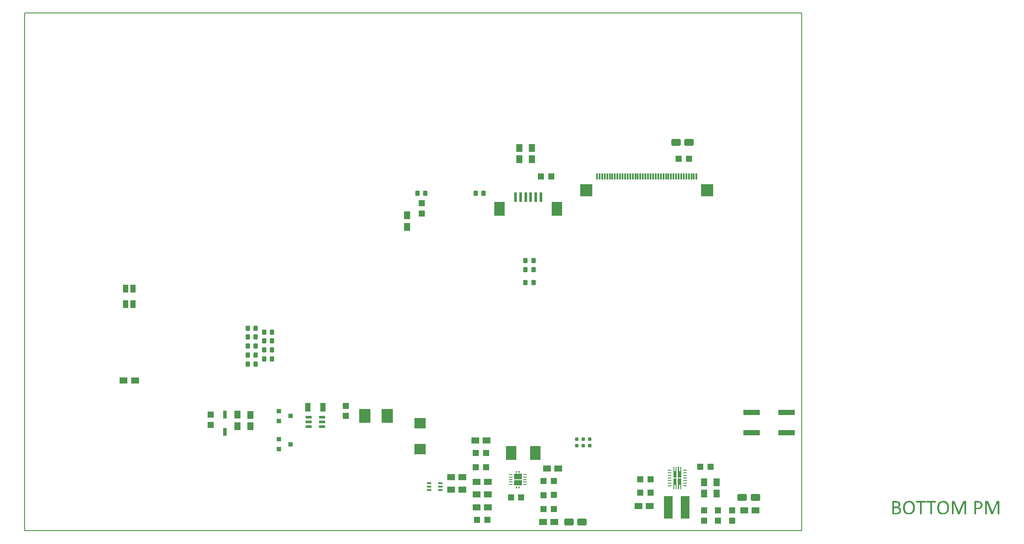
<source format=gbp>
G04*
G04 #@! TF.GenerationSoftware,Altium Limited,Altium Designer,19.0.15 (446)*
G04*
G04 Layer_Color=128*
%FSLAX23Y23*%
%MOIN*%
G70*
G01*
G75*
%ADD12C,0.005*%
%ADD21R,0.090X0.080*%
%ADD22R,0.050X0.060*%
%ADD25R,0.060X0.050*%
%ADD26R,0.047X0.050*%
%ADD27R,0.071X0.177*%
%ADD28R,0.031X0.063*%
%ADD29R,0.050X0.047*%
%ADD36R,0.037X0.016*%
%ADD38R,0.050X0.022*%
G04:AMPARAMS|DCode=42|XSize=37mil|YSize=35mil|CornerRadius=4mil|HoleSize=0mil|Usage=FLASHONLY|Rotation=90.000|XOffset=0mil|YOffset=0mil|HoleType=Round|Shape=RoundedRectangle|*
%AMROUNDEDRECTD42*
21,1,0.037,0.027,0,0,90.0*
21,1,0.029,0.035,0,0,90.0*
1,1,0.008,0.014,0.014*
1,1,0.008,0.014,-0.014*
1,1,0.008,-0.014,-0.014*
1,1,0.008,-0.014,0.014*
%
%ADD42ROUNDEDRECTD42*%
%ADD45R,0.037X0.035*%
%ADD46R,0.037X0.035*%
G04:AMPARAMS|DCode=169|XSize=71mil|YSize=52mil|CornerRadius=6mil|HoleSize=0mil|Usage=FLASHONLY|Rotation=0.000|XOffset=0mil|YOffset=0mil|HoleType=Round|Shape=RoundedRectangle|*
%AMROUNDEDRECTD169*
21,1,0.071,0.039,0,0,0.0*
21,1,0.058,0.052,0,0,0.0*
1,1,0.013,0.029,-0.019*
1,1,0.013,-0.029,-0.019*
1,1,0.013,-0.029,0.019*
1,1,0.013,0.029,0.019*
%
%ADD169ROUNDEDRECTD169*%
%ADD170R,0.126X0.039*%
%ADD171R,0.043X0.059*%
%ADD172R,0.083X0.110*%
%ADD173R,0.024X0.075*%
%ADD174R,0.094X0.094*%
%ADD175R,0.012X0.047*%
%ADD176C,0.031*%
%ADD177R,0.031X0.031*%
%ADD178R,0.041X0.068*%
%ADD179R,0.085X0.108*%
%ADD180R,0.081X0.106*%
G04:AMPARAMS|DCode=181|XSize=24mil|YSize=9mil|CornerRadius=1mil|HoleSize=0mil|Usage=FLASHONLY|Rotation=180.000|XOffset=0mil|YOffset=0mil|HoleType=Round|Shape=RoundedRectangle|*
%AMROUNDEDRECTD181*
21,1,0.024,0.007,0,0,180.0*
21,1,0.021,0.009,0,0,180.0*
1,1,0.002,-0.011,0.004*
1,1,0.002,0.011,0.004*
1,1,0.002,0.011,-0.004*
1,1,0.002,-0.011,-0.004*
%
%ADD181ROUNDEDRECTD181*%
%ADD183R,0.031X0.009*%
G36*
X5070Y412D02*
X5044D01*
Y495D01*
X5052D01*
Y462D01*
X5063D01*
Y495D01*
X5070D01*
Y412D01*
D02*
G37*
G36*
X5034D02*
X5008D01*
Y495D01*
X5016D01*
Y462D01*
X5026D01*
Y495D01*
X5034D01*
Y412D01*
D02*
G37*
G36*
X3824Y449D02*
X3814D01*
Y462D01*
X3824D01*
Y449D01*
D02*
G37*
G36*
X3804D02*
X3794D01*
Y462D01*
X3804D01*
Y449D01*
D02*
G37*
G36*
X3839Y399D02*
X3780D01*
Y441D01*
X3839D01*
Y399D01*
D02*
G37*
G36*
Y350D02*
X3780D01*
Y391D01*
X3839D01*
Y350D01*
D02*
G37*
G36*
X3824Y328D02*
X3814D01*
Y342D01*
X3824D01*
Y328D01*
D02*
G37*
G36*
X3804D02*
X3794D01*
Y342D01*
X3804D01*
Y328D01*
D02*
G37*
G36*
X5070Y322D02*
X5063D01*
Y355D01*
X5052D01*
Y322D01*
X5044D01*
Y405D01*
X5070D01*
Y322D01*
D02*
G37*
G36*
X5034D02*
X5026D01*
Y355D01*
X5016D01*
Y322D01*
X5008D01*
Y405D01*
X5034D01*
Y322D01*
D02*
G37*
G36*
X7522Y230D02*
X7523Y229D01*
X7523D01*
X7524Y229D01*
X7524Y229D01*
X7525Y228D01*
X7525Y228D01*
X7525Y228D01*
X7526Y227D01*
X7526Y226D01*
X7526Y226D01*
X7526Y226D01*
X7527Y225D01*
Y224D01*
Y130D01*
Y129D01*
X7526Y129D01*
X7526Y128D01*
X7526Y128D01*
X7525Y128D01*
X7525D01*
X7524Y128D01*
X7524D01*
X7523Y128D01*
X7523D01*
X7522Y128D01*
X7521Y127D01*
X7519D01*
X7518Y128D01*
X7516Y128D01*
X7516D01*
X7516Y128D01*
X7515D01*
X7514Y128D01*
X7514D01*
X7514Y128D01*
X7513Y129D01*
Y129D01*
Y129D01*
X7513Y130D01*
Y219D01*
X7513D01*
X7477Y129D01*
X7477Y129D01*
X7476Y128D01*
X7476Y128D01*
X7475Y128D01*
X7475Y128D01*
X7475D01*
X7474Y128D01*
X7474D01*
X7473Y128D01*
X7472D01*
X7471Y127D01*
X7468D01*
X7467Y128D01*
X7467D01*
X7467Y128D01*
X7465Y128D01*
X7465D01*
X7465Y128D01*
X7464Y128D01*
Y129D01*
X7464Y129D01*
X7464Y129D01*
X7429Y219D01*
Y130D01*
Y129D01*
X7429Y129D01*
X7429Y128D01*
X7428Y128D01*
X7428Y128D01*
X7428D01*
X7427Y128D01*
X7427D01*
X7426Y128D01*
X7426D01*
X7425Y128D01*
X7424Y127D01*
X7421D01*
X7420Y128D01*
X7419Y128D01*
X7419D01*
X7418Y128D01*
X7418D01*
X7417Y128D01*
X7417D01*
X7417Y128D01*
X7416Y129D01*
Y129D01*
Y129D01*
X7416Y130D01*
Y224D01*
Y224D01*
Y224D01*
X7416Y225D01*
Y225D01*
X7417Y227D01*
X7418Y228D01*
X7418Y229D01*
X7419Y229D01*
X7420Y230D01*
X7422Y230D01*
X7431D01*
X7433Y230D01*
X7434Y229D01*
X7434D01*
X7434Y229D01*
X7435Y229D01*
X7436Y228D01*
X7438Y228D01*
X7438Y227D01*
X7438Y227D01*
X7439Y226D01*
X7440Y225D01*
X7440Y225D01*
X7440Y224D01*
X7441Y223D01*
X7442Y221D01*
X7471Y148D01*
X7471D01*
X7501Y221D01*
Y221D01*
X7502Y222D01*
X7502Y223D01*
X7503Y224D01*
X7504Y225D01*
X7504Y226D01*
X7504Y226D01*
X7505Y227D01*
X7506Y228D01*
X7506Y228D01*
X7507Y228D01*
X7507Y229D01*
X7508Y229D01*
X7509Y229D01*
X7510Y230D01*
X7511Y230D01*
X7522D01*
X7522Y230D01*
D02*
G37*
G36*
X7265D02*
X7265Y229D01*
X7266D01*
X7266Y229D01*
X7267Y229D01*
X7267Y228D01*
X7267Y228D01*
X7268Y228D01*
X7268Y227D01*
X7268Y226D01*
X7269Y226D01*
X7269Y226D01*
X7269Y225D01*
Y224D01*
Y130D01*
Y129D01*
X7269Y129D01*
X7268Y128D01*
X7268Y128D01*
X7267Y128D01*
X7267D01*
X7267Y128D01*
X7266D01*
X7265Y128D01*
X7265D01*
X7264Y128D01*
X7263Y127D01*
X7261D01*
X7260Y128D01*
X7259Y128D01*
X7259D01*
X7258Y128D01*
X7257D01*
X7257Y128D01*
X7257D01*
X7256Y128D01*
X7256Y129D01*
Y129D01*
Y129D01*
X7256Y130D01*
Y219D01*
X7255D01*
X7219Y129D01*
X7219Y129D01*
X7219Y128D01*
X7218Y128D01*
X7218Y128D01*
X7217Y128D01*
X7217D01*
X7217Y128D01*
X7216D01*
X7215Y128D01*
X7215D01*
X7214Y127D01*
X7211D01*
X7210Y128D01*
X7210D01*
X7209Y128D01*
X7208Y128D01*
X7208D01*
X7207Y128D01*
X7207Y128D01*
Y129D01*
X7206Y129D01*
X7206Y129D01*
X7172Y219D01*
Y130D01*
Y129D01*
X7171Y129D01*
X7171Y128D01*
X7171Y128D01*
X7170Y128D01*
X7170D01*
X7170Y128D01*
X7169D01*
X7168Y128D01*
X7168D01*
X7167Y128D01*
X7166Y127D01*
X7164D01*
X7163Y128D01*
X7162Y128D01*
X7161D01*
X7161Y128D01*
X7160D01*
X7160Y128D01*
X7159D01*
X7159Y128D01*
X7158Y129D01*
Y129D01*
Y129D01*
X7158Y130D01*
Y224D01*
Y224D01*
Y224D01*
X7158Y225D01*
Y225D01*
X7159Y227D01*
X7160Y228D01*
X7160Y229D01*
X7161Y229D01*
X7162Y230D01*
X7164Y230D01*
X7174D01*
X7175Y230D01*
X7176Y229D01*
X7177D01*
X7177Y229D01*
X7178Y229D01*
X7179Y228D01*
X7180Y228D01*
X7180Y227D01*
X7181Y227D01*
X7182Y226D01*
X7182Y225D01*
X7182Y225D01*
X7183Y224D01*
X7183Y223D01*
X7184Y221D01*
X7213Y148D01*
X7214D01*
X7244Y221D01*
Y221D01*
X7244Y222D01*
X7244Y223D01*
X7245Y224D01*
X7246Y225D01*
X7246Y226D01*
X7247Y226D01*
X7247Y227D01*
X7248Y228D01*
X7248Y228D01*
X7249Y228D01*
X7250Y229D01*
X7251Y229D01*
X7251Y229D01*
X7252Y230D01*
X7253Y230D01*
X7264D01*
X7265Y230D01*
D02*
G37*
G36*
X6734D02*
X6736Y229D01*
X6738Y229D01*
X6741Y229D01*
X6743Y228D01*
X6743D01*
X6744Y228D01*
X6745Y227D01*
X6747Y227D01*
X6750Y225D01*
X6751Y224D01*
X6753Y223D01*
X6753Y223D01*
X6754Y222D01*
X6754Y222D01*
X6755Y221D01*
X6756Y219D01*
X6757Y218D01*
X6758Y217D01*
X6759Y215D01*
X6759Y214D01*
X6759Y214D01*
X6760Y213D01*
X6760Y212D01*
X6760Y210D01*
X6760Y208D01*
X6761Y206D01*
Y204D01*
Y204D01*
Y203D01*
Y203D01*
X6761Y202D01*
X6760Y200D01*
X6760Y197D01*
Y197D01*
X6760Y196D01*
X6760Y196D01*
X6759Y195D01*
X6758Y193D01*
X6757Y191D01*
Y191D01*
X6757Y190D01*
X6756Y189D01*
X6755Y188D01*
X6753Y186D01*
X6753D01*
X6753Y186D01*
X6752Y185D01*
X6751Y185D01*
X6750Y184D01*
X6747Y182D01*
X6747D01*
X6748Y182D01*
X6749Y182D01*
X6750Y182D01*
X6752Y181D01*
X6755Y179D01*
X6755D01*
X6756Y179D01*
X6756Y179D01*
X6757Y178D01*
X6759Y176D01*
X6761Y174D01*
X6761Y174D01*
X6762Y174D01*
X6762Y173D01*
X6763Y172D01*
X6763Y171D01*
X6764Y169D01*
X6766Y166D01*
Y166D01*
X6766Y166D01*
X6766Y165D01*
X6767Y164D01*
X6767Y162D01*
X6767Y161D01*
X6767Y157D01*
Y157D01*
Y156D01*
Y155D01*
X6767Y154D01*
X6767Y153D01*
X6767Y151D01*
X6766Y148D01*
Y148D01*
X6766Y147D01*
X6765Y147D01*
X6765Y146D01*
X6764Y143D01*
X6762Y141D01*
X6762Y141D01*
X6762Y140D01*
X6762Y140D01*
X6761Y139D01*
X6759Y137D01*
X6757Y135D01*
X6757Y135D01*
X6757Y135D01*
X6756Y134D01*
X6755Y134D01*
X6754Y133D01*
X6753Y133D01*
X6750Y131D01*
X6750D01*
X6749Y131D01*
X6749Y131D01*
X6748Y130D01*
X6746Y130D01*
X6745Y129D01*
X6742Y129D01*
X6742D01*
X6741Y128D01*
X6740D01*
X6739Y128D01*
X6737Y128D01*
X6736D01*
X6734Y128D01*
X6705D01*
X6704Y128D01*
X6703Y128D01*
X6701Y129D01*
X6701Y129D01*
X6701Y130D01*
X6700Y131D01*
X6700Y133D01*
Y224D01*
Y224D01*
Y225D01*
X6700Y226D01*
X6701Y227D01*
X6701Y229D01*
X6702Y229D01*
X6703Y229D01*
X6704Y230D01*
X6705Y230D01*
X6732D01*
X6734Y230D01*
D02*
G37*
G36*
X7364D02*
X7366Y229D01*
X7366D01*
X7367Y229D01*
X7368Y229D01*
X7369Y229D01*
X7370Y229D01*
X7373Y228D01*
X7373D01*
X7374Y228D01*
X7375Y228D01*
X7376Y227D01*
X7377Y227D01*
X7379Y227D01*
X7382Y225D01*
X7382Y225D01*
X7382Y225D01*
X7383Y224D01*
X7384Y223D01*
X7387Y221D01*
X7389Y219D01*
X7389Y219D01*
X7389Y218D01*
X7390Y217D01*
X7391Y216D01*
X7391Y215D01*
X7392Y214D01*
X7394Y210D01*
Y210D01*
X7394Y209D01*
X7394Y208D01*
X7395Y207D01*
X7395Y206D01*
X7395Y204D01*
X7395Y200D01*
Y200D01*
Y199D01*
X7395Y197D01*
X7395Y195D01*
X7395Y193D01*
X7394Y191D01*
X7394Y188D01*
X7393Y186D01*
X7393Y186D01*
X7392Y185D01*
X7392Y184D01*
X7391Y182D01*
X7390Y181D01*
X7389Y179D01*
X7387Y177D01*
X7385Y176D01*
X7385Y175D01*
X7385Y175D01*
X7384Y174D01*
X7382Y173D01*
X7381Y172D01*
X7379Y171D01*
X7376Y170D01*
X7374Y169D01*
X7373D01*
X7372Y168D01*
X7371Y168D01*
X7369Y168D01*
X7367Y167D01*
X7364Y167D01*
X7361Y167D01*
X7358Y167D01*
X7346D01*
Y130D01*
Y129D01*
X7346Y129D01*
X7345Y128D01*
X7345Y128D01*
X7344Y128D01*
X7344D01*
X7344Y128D01*
X7343D01*
X7342Y128D01*
X7342D01*
X7342Y128D01*
X7341Y127D01*
X7338D01*
X7337Y128D01*
X7336Y128D01*
X7336D01*
X7335Y128D01*
X7334Y128D01*
X7334D01*
X7334Y128D01*
X7333Y129D01*
Y129D01*
Y129D01*
X7333Y130D01*
Y224D01*
Y224D01*
Y225D01*
X7333Y226D01*
X7333Y227D01*
X7334Y228D01*
X7335Y229D01*
X7335Y229D01*
X7336Y230D01*
X7338Y230D01*
X7362D01*
X7364Y230D01*
D02*
G37*
G36*
X7035Y229D02*
X7035D01*
X7035Y229D01*
X7036Y228D01*
Y228D01*
X7036Y228D01*
X7036Y227D01*
X7037Y227D01*
Y226D01*
X7037Y226D01*
Y225D01*
Y224D01*
Y224D01*
Y223D01*
Y222D01*
X7037Y221D01*
Y221D01*
X7036Y221D01*
X7036Y219D01*
X7036Y219D01*
X7035Y219D01*
X7035D01*
X7034Y218D01*
X7005D01*
Y130D01*
Y129D01*
X7005Y129D01*
X7005Y128D01*
X7004Y128D01*
X7004Y128D01*
X7004D01*
X7003Y128D01*
X7003D01*
X7002Y128D01*
X7002D01*
X7001Y128D01*
X7000Y127D01*
X6998D01*
X6996Y128D01*
X6995Y128D01*
X6995D01*
X6995Y128D01*
X6993Y128D01*
X6993D01*
X6993Y128D01*
X6992Y129D01*
Y129D01*
Y129D01*
X6992Y130D01*
Y218D01*
X6963D01*
X6962Y219D01*
X6962Y219D01*
X6961Y219D01*
Y220D01*
X6961Y220D01*
Y221D01*
X6961Y221D01*
Y221D01*
Y222D01*
X6961Y223D01*
Y224D01*
Y224D01*
Y225D01*
Y226D01*
X6961Y227D01*
Y227D01*
X6961Y227D01*
X6961Y228D01*
Y229D01*
X6961Y229D01*
X6962Y229D01*
X6962D01*
X6962Y230D01*
X6963Y230D01*
X7034D01*
X7035Y229D01*
D02*
G37*
G36*
X6957D02*
X6957D01*
X6957Y229D01*
X6957Y228D01*
Y228D01*
X6958Y228D01*
X6958Y227D01*
X6958Y227D01*
Y226D01*
X6958Y226D01*
Y225D01*
Y224D01*
Y224D01*
Y223D01*
Y222D01*
X6958Y221D01*
Y221D01*
X6958Y221D01*
X6957Y219D01*
X6957Y219D01*
X6957Y219D01*
X6956D01*
X6955Y218D01*
X6927D01*
Y130D01*
Y129D01*
X6926Y129D01*
X6926Y128D01*
X6926Y128D01*
X6925Y128D01*
X6925D01*
X6925Y128D01*
X6924D01*
X6923Y128D01*
X6923D01*
X6922Y128D01*
X6921Y127D01*
X6919D01*
X6918Y128D01*
X6917Y128D01*
X6917D01*
X6916Y128D01*
X6915Y128D01*
X6914D01*
X6914Y128D01*
X6914Y129D01*
Y129D01*
Y129D01*
X6913Y130D01*
Y218D01*
X6884D01*
X6883Y219D01*
X6883Y219D01*
X6883Y219D01*
Y220D01*
X6882Y220D01*
Y221D01*
X6882Y221D01*
Y221D01*
Y222D01*
X6882Y223D01*
Y224D01*
Y224D01*
Y225D01*
Y226D01*
X6882Y227D01*
Y227D01*
X6882Y227D01*
X6883Y228D01*
Y229D01*
X6883Y229D01*
X6883Y229D01*
X6884D01*
X6884Y230D01*
X6885Y230D01*
X6956D01*
X6957Y229D01*
D02*
G37*
G36*
X7096Y231D02*
X7099Y231D01*
X7102Y230D01*
X7105Y230D01*
X7109Y229D01*
X7112Y228D01*
X7112D01*
X7112Y228D01*
X7113Y227D01*
X7115Y226D01*
X7117Y225D01*
X7119Y224D01*
X7121Y222D01*
X7124Y220D01*
X7126Y218D01*
X7126Y217D01*
X7127Y217D01*
X7128Y215D01*
X7129Y213D01*
X7130Y211D01*
X7132Y208D01*
X7133Y205D01*
X7134Y202D01*
Y202D01*
X7134Y201D01*
Y201D01*
X7135Y200D01*
X7135Y199D01*
X7135Y198D01*
X7136Y196D01*
X7136Y192D01*
X7137Y188D01*
X7137Y184D01*
X7137Y180D01*
Y180D01*
Y179D01*
Y179D01*
Y178D01*
Y177D01*
X7137Y176D01*
X7137Y173D01*
X7136Y169D01*
X7136Y165D01*
X7135Y161D01*
X7134Y158D01*
Y157D01*
X7134Y157D01*
X7134Y157D01*
X7133Y156D01*
X7133Y154D01*
X7132Y152D01*
X7131Y149D01*
X7129Y146D01*
X7127Y144D01*
X7125Y141D01*
X7125Y141D01*
X7124Y140D01*
X7123Y139D01*
X7121Y137D01*
X7119Y135D01*
X7117Y133D01*
X7114Y132D01*
X7111Y130D01*
X7110D01*
X7110Y130D01*
X7110Y130D01*
X7109Y130D01*
X7107Y129D01*
X7105Y128D01*
X7102Y128D01*
X7098Y127D01*
X7094Y127D01*
X7090Y126D01*
X7088D01*
X7087Y127D01*
X7086D01*
X7084Y127D01*
X7080Y127D01*
X7077Y128D01*
X7074Y129D01*
X7070Y130D01*
X7070Y130D01*
X7069Y131D01*
X7067Y131D01*
X7065Y132D01*
X7063Y134D01*
X7061Y135D01*
X7059Y137D01*
X7057Y140D01*
X7056Y140D01*
X7056Y141D01*
X7055Y142D01*
X7053Y144D01*
X7052Y147D01*
X7051Y149D01*
X7049Y153D01*
X7048Y156D01*
Y156D01*
X7048Y156D01*
Y157D01*
X7048Y158D01*
X7048Y159D01*
X7048Y160D01*
X7047Y162D01*
X7047Y166D01*
X7046Y169D01*
X7046Y174D01*
X7046Y178D01*
Y178D01*
Y179D01*
Y179D01*
Y180D01*
Y181D01*
X7046Y183D01*
X7046Y186D01*
X7047Y189D01*
X7047Y193D01*
X7048Y196D01*
X7049Y200D01*
Y200D01*
X7049Y200D01*
X7049Y201D01*
X7049Y202D01*
X7050Y204D01*
X7051Y206D01*
X7052Y208D01*
X7053Y211D01*
X7055Y214D01*
X7057Y217D01*
X7058Y217D01*
X7058Y218D01*
X7060Y219D01*
X7061Y221D01*
X7063Y222D01*
X7066Y224D01*
X7069Y226D01*
X7072Y227D01*
X7072D01*
X7072Y228D01*
X7073Y228D01*
X7074Y228D01*
X7075Y229D01*
X7078Y229D01*
X7081Y230D01*
X7084Y231D01*
X7088Y231D01*
X7092Y231D01*
X7094D01*
X7096Y231D01*
D02*
G37*
G36*
X6832D02*
X6835Y231D01*
X6838Y230D01*
X6842Y230D01*
X6845Y229D01*
X6848Y228D01*
X6848D01*
X6848Y228D01*
X6850Y227D01*
X6851Y226D01*
X6853Y225D01*
X6855Y224D01*
X6858Y222D01*
X6860Y220D01*
X6862Y218D01*
X6862Y217D01*
X6863Y217D01*
X6864Y215D01*
X6865Y213D01*
X6867Y211D01*
X6868Y208D01*
X6869Y205D01*
X6870Y202D01*
Y202D01*
X6871Y201D01*
Y201D01*
X6871Y200D01*
X6871Y199D01*
X6871Y198D01*
X6872Y196D01*
X6872Y192D01*
X6873Y188D01*
X6873Y184D01*
X6873Y180D01*
Y180D01*
Y179D01*
Y179D01*
Y178D01*
Y177D01*
X6873Y176D01*
X6873Y173D01*
X6872Y169D01*
X6872Y165D01*
X6871Y161D01*
X6870Y158D01*
Y157D01*
X6870Y157D01*
X6870Y157D01*
X6870Y156D01*
X6869Y154D01*
X6868Y152D01*
X6867Y149D01*
X6865Y146D01*
X6863Y144D01*
X6861Y141D01*
X6861Y141D01*
X6860Y140D01*
X6859Y139D01*
X6857Y137D01*
X6855Y135D01*
X6853Y133D01*
X6850Y132D01*
X6847Y130D01*
X6847D01*
X6846Y130D01*
X6846Y130D01*
X6845Y130D01*
X6843Y129D01*
X6841Y128D01*
X6838Y128D01*
X6835Y127D01*
X6831Y127D01*
X6826Y126D01*
X6824D01*
X6824Y127D01*
X6822D01*
X6820Y127D01*
X6817Y127D01*
X6813Y128D01*
X6810Y129D01*
X6807Y130D01*
X6806Y130D01*
X6805Y131D01*
X6804Y131D01*
X6802Y132D01*
X6799Y134D01*
X6797Y135D01*
X6795Y137D01*
X6793Y140D01*
X6793Y140D01*
X6792Y141D01*
X6791Y142D01*
X6790Y144D01*
X6788Y147D01*
X6787Y149D01*
X6786Y153D01*
X6785Y156D01*
Y156D01*
X6784Y156D01*
Y157D01*
X6784Y158D01*
X6784Y159D01*
X6784Y160D01*
X6783Y162D01*
X6783Y166D01*
X6782Y169D01*
X6782Y174D01*
X6782Y178D01*
Y178D01*
Y179D01*
Y179D01*
Y180D01*
Y181D01*
X6782Y183D01*
X6782Y186D01*
X6783Y189D01*
X6783Y193D01*
X6784Y196D01*
X6785Y200D01*
Y200D01*
X6785Y200D01*
X6785Y201D01*
X6785Y202D01*
X6786Y204D01*
X6787Y206D01*
X6788Y208D01*
X6790Y211D01*
X6791Y214D01*
X6793Y217D01*
X6794Y217D01*
X6795Y218D01*
X6796Y219D01*
X6797Y221D01*
X6800Y222D01*
X6802Y224D01*
X6805Y226D01*
X6808Y227D01*
X6808D01*
X6808Y228D01*
X6809Y228D01*
X6810Y228D01*
X6812Y229D01*
X6814Y229D01*
X6817Y230D01*
X6820Y231D01*
X6824Y231D01*
X6828Y231D01*
X6830D01*
X6832Y231D01*
D02*
G37*
%LPC*%
G36*
X6730Y219D02*
X6713D01*
Y186D01*
X6731D01*
X6732Y186D01*
X6735Y186D01*
X6736Y187D01*
X6737Y187D01*
X6738D01*
X6738Y187D01*
X6738Y188D01*
X6739Y188D01*
X6741Y189D01*
X6743Y191D01*
X6743Y191D01*
X6743Y191D01*
X6744Y192D01*
X6744Y192D01*
X6745Y194D01*
X6746Y196D01*
Y196D01*
X6746Y197D01*
X6746Y197D01*
X6746Y198D01*
X6747Y200D01*
X6747Y202D01*
Y203D01*
Y203D01*
Y204D01*
X6747Y205D01*
X6747Y207D01*
X6746Y209D01*
Y209D01*
X6746Y210D01*
X6746Y210D01*
X6745Y211D01*
X6744Y213D01*
X6743Y214D01*
X6742Y214D01*
X6742Y215D01*
X6742Y215D01*
X6741Y215D01*
X6739Y217D01*
X6737Y217D01*
X6737D01*
X6736Y218D01*
X6735Y218D01*
X6734Y218D01*
X6733Y218D01*
X6732Y219D01*
X6730Y219D01*
D02*
G37*
G36*
X6732Y175D02*
X6713D01*
Y139D01*
X6735D01*
X6736Y139D01*
X6738Y140D01*
X6741Y140D01*
X6741D01*
X6742Y140D01*
X6742Y141D01*
X6743Y141D01*
X6745Y142D01*
X6747Y143D01*
X6747Y143D01*
X6748Y144D01*
X6749Y145D01*
X6750Y147D01*
X6751Y149D01*
Y149D01*
X6752Y149D01*
X6752Y150D01*
X6752Y151D01*
X6752Y152D01*
X6753Y153D01*
X6753Y156D01*
Y156D01*
Y157D01*
Y158D01*
X6753Y159D01*
X6752Y161D01*
X6752Y164D01*
Y164D01*
X6751Y165D01*
X6751Y165D01*
X6750Y166D01*
X6749Y168D01*
X6747Y170D01*
X6747Y170D01*
X6747Y170D01*
X6746Y171D01*
X6745Y171D01*
X6744Y172D01*
X6743Y173D01*
X6740Y174D01*
X6740D01*
X6740Y174D01*
X6739Y174D01*
X6737Y174D01*
X6736Y175D01*
X6734Y175D01*
X6732Y175D01*
D02*
G37*
G36*
X7359Y219D02*
X7346D01*
Y178D01*
X7360D01*
X7362Y178D01*
X7364Y178D01*
X7365Y178D01*
X7367Y179D01*
X7368Y179D01*
X7369D01*
X7369Y180D01*
X7370Y180D01*
X7371Y180D01*
X7373Y182D01*
X7375Y184D01*
X7375Y184D01*
X7376Y184D01*
X7376Y185D01*
X7377Y186D01*
X7378Y188D01*
X7380Y190D01*
Y190D01*
X7380Y191D01*
X7380Y192D01*
X7380Y193D01*
X7381Y194D01*
X7381Y196D01*
X7381Y199D01*
Y199D01*
Y200D01*
X7381Y201D01*
X7381Y202D01*
X7381Y204D01*
X7380Y206D01*
X7379Y208D01*
X7379Y209D01*
X7379Y209D01*
X7378Y210D01*
X7378Y211D01*
X7377Y212D01*
X7375Y214D01*
X7374Y214D01*
X7373Y215D01*
X7373Y216D01*
X7372Y216D01*
X7372Y216D01*
X7371Y217D01*
X7368Y217D01*
X7366Y218D01*
X7366D01*
X7365Y218D01*
X7364D01*
X7364Y218D01*
X7361Y219D01*
X7359Y219D01*
D02*
G37*
G36*
X7092Y220D02*
X7090D01*
X7088Y219D01*
X7086Y219D01*
X7084Y219D01*
X7082Y218D01*
X7079Y217D01*
X7077Y216D01*
X7077Y216D01*
X7076Y216D01*
X7075Y215D01*
X7073Y214D01*
X7072Y212D01*
X7070Y211D01*
X7068Y209D01*
X7067Y207D01*
X7067Y207D01*
X7066Y206D01*
X7066Y205D01*
X7065Y204D01*
X7064Y202D01*
X7063Y200D01*
X7062Y197D01*
X7062Y194D01*
Y194D01*
X7061Y193D01*
X7061Y192D01*
X7061Y190D01*
X7061Y188D01*
X7060Y185D01*
X7060Y182D01*
Y179D01*
Y179D01*
Y179D01*
Y178D01*
Y176D01*
X7060Y174D01*
X7061Y171D01*
X7061Y168D01*
X7062Y163D01*
Y162D01*
X7062Y161D01*
X7062Y160D01*
X7063Y158D01*
X7063Y156D01*
X7064Y154D01*
X7065Y152D01*
X7067Y150D01*
X7067Y149D01*
X7067Y149D01*
X7068Y148D01*
X7069Y147D01*
X7071Y145D01*
X7072Y144D01*
X7074Y142D01*
X7076Y141D01*
X7076Y141D01*
X7077Y141D01*
X7078Y140D01*
X7080Y140D01*
X7082Y139D01*
X7085Y139D01*
X7088Y138D01*
X7091Y138D01*
X7092D01*
X7094Y138D01*
X7096Y139D01*
X7098Y139D01*
X7101Y140D01*
X7103Y140D01*
X7106Y141D01*
X7106Y142D01*
X7107Y142D01*
X7108Y143D01*
X7109Y144D01*
X7111Y145D01*
X7113Y147D01*
X7114Y148D01*
X7116Y150D01*
X7116Y150D01*
X7116Y151D01*
X7117Y152D01*
X7118Y154D01*
X7119Y156D01*
X7119Y158D01*
X7120Y161D01*
X7121Y163D01*
Y164D01*
X7121Y165D01*
X7121Y166D01*
X7122Y168D01*
X7122Y170D01*
X7122Y173D01*
X7123Y176D01*
Y179D01*
Y179D01*
Y179D01*
Y180D01*
Y182D01*
X7122Y184D01*
X7122Y187D01*
X7122Y189D01*
X7121Y195D01*
Y195D01*
X7121Y196D01*
X7120Y198D01*
X7120Y199D01*
X7119Y201D01*
X7118Y204D01*
X7117Y206D01*
X7116Y208D01*
X7116Y208D01*
X7115Y209D01*
X7114Y210D01*
X7113Y211D01*
X7112Y212D01*
X7110Y214D01*
X7108Y215D01*
X7106Y217D01*
X7106Y217D01*
X7105Y217D01*
X7104Y217D01*
X7102Y218D01*
X7100Y219D01*
X7098Y219D01*
X7095Y219D01*
X7092Y220D01*
D02*
G37*
G36*
X6828D02*
X6826D01*
X6825Y219D01*
X6823Y219D01*
X6820Y219D01*
X6818Y218D01*
X6815Y217D01*
X6813Y216D01*
X6813Y216D01*
X6812Y216D01*
X6811Y215D01*
X6810Y214D01*
X6808Y212D01*
X6806Y211D01*
X6805Y209D01*
X6803Y207D01*
X6803Y207D01*
X6803Y206D01*
X6802Y205D01*
X6801Y204D01*
X6800Y202D01*
X6799Y200D01*
X6799Y197D01*
X6798Y194D01*
Y194D01*
X6798Y193D01*
X6797Y192D01*
X6797Y190D01*
X6797Y188D01*
X6797Y185D01*
X6796Y182D01*
Y179D01*
Y179D01*
Y179D01*
Y178D01*
Y176D01*
X6797Y174D01*
X6797Y171D01*
X6797Y168D01*
X6798Y163D01*
Y162D01*
X6798Y161D01*
X6799Y160D01*
X6799Y158D01*
X6800Y156D01*
X6801Y154D01*
X6801Y152D01*
X6803Y150D01*
X6803Y149D01*
X6803Y149D01*
X6804Y148D01*
X6805Y147D01*
X6807Y145D01*
X6808Y144D01*
X6810Y142D01*
X6812Y141D01*
X6813Y141D01*
X6813Y141D01*
X6815Y140D01*
X6816Y140D01*
X6819Y139D01*
X6821Y139D01*
X6824Y138D01*
X6827Y138D01*
X6829D01*
X6830Y138D01*
X6832Y139D01*
X6835Y139D01*
X6837Y140D01*
X6840Y140D01*
X6842Y141D01*
X6842Y142D01*
X6843Y142D01*
X6844Y143D01*
X6846Y144D01*
X6847Y145D01*
X6849Y147D01*
X6850Y148D01*
X6852Y150D01*
X6852Y150D01*
X6852Y151D01*
X6853Y152D01*
X6854Y154D01*
X6855Y156D01*
X6856Y158D01*
X6856Y161D01*
X6857Y163D01*
Y164D01*
X6857Y165D01*
X6858Y166D01*
X6858Y168D01*
X6858Y170D01*
X6859Y173D01*
X6859Y176D01*
Y179D01*
Y179D01*
Y179D01*
Y180D01*
Y182D01*
X6859Y184D01*
X6858Y187D01*
X6858Y189D01*
X6857Y195D01*
Y195D01*
X6857Y196D01*
X6856Y198D01*
X6856Y199D01*
X6855Y201D01*
X6854Y204D01*
X6853Y206D01*
X6852Y208D01*
X6852Y208D01*
X6851Y209D01*
X6850Y210D01*
X6849Y211D01*
X6848Y212D01*
X6846Y214D01*
X6845Y215D01*
X6842Y217D01*
X6842Y217D01*
X6841Y217D01*
X6840Y217D01*
X6838Y218D01*
X6836Y219D01*
X6834Y219D01*
X6831Y219D01*
X6828Y220D01*
D02*
G37*
%LPD*%
D12*
X0Y0D02*
Y4000D01*
X6000D01*
Y0D02*
Y4000D01*
X0Y0D02*
X6000D01*
D21*
X3051Y632D02*
D03*
Y832D02*
D03*
D22*
X3819Y2870D02*
D03*
Y2957D02*
D03*
X3917Y2870D02*
D03*
Y2957D02*
D03*
X2954Y2348D02*
D03*
Y2436D02*
D03*
X1644Y808D02*
D03*
Y896D02*
D03*
X1742Y895D02*
D03*
Y808D02*
D03*
X5246Y286D02*
D03*
Y374D02*
D03*
X5344Y286D02*
D03*
Y374D02*
D03*
D25*
X851Y1161D02*
D03*
X763D02*
D03*
X3380Y413D02*
D03*
X3293D02*
D03*
X3380Y317D02*
D03*
X3293D02*
D03*
X3567Y699D02*
D03*
X3480D02*
D03*
X3577Y376D02*
D03*
X3490D02*
D03*
X3577Y281D02*
D03*
X3490D02*
D03*
Y182D02*
D03*
X3577D02*
D03*
X4001Y69D02*
D03*
X4089D02*
D03*
X4031Y482D02*
D03*
X4119D02*
D03*
X4740Y190D02*
D03*
X4827D02*
D03*
X5557Y157D02*
D03*
X5644D02*
D03*
D26*
X4065Y2736D02*
D03*
X3986Y2736D02*
D03*
X3484Y600D02*
D03*
X3563Y600D02*
D03*
X3484Y492D02*
D03*
X3563Y492D02*
D03*
X4085Y167D02*
D03*
X4006Y167D02*
D03*
X4085Y276D02*
D03*
X4006Y275D02*
D03*
X4085Y383D02*
D03*
X4006Y383D02*
D03*
X4752Y399D02*
D03*
X4831Y399D02*
D03*
X4752Y293D02*
D03*
X4831Y293D02*
D03*
X5049Y2874D02*
D03*
X5128Y2874D02*
D03*
X3494Y84D02*
D03*
X3573Y84D02*
D03*
X3834Y256D02*
D03*
X3755Y256D02*
D03*
X5296Y495D02*
D03*
X5216Y495D02*
D03*
D27*
X5099Y182D02*
D03*
X4969D02*
D03*
D28*
X1545Y897D02*
D03*
Y763D02*
D03*
D29*
X5354Y78D02*
D03*
X5354Y158D02*
D03*
X5246Y78D02*
D03*
X5246Y158D02*
D03*
X5463Y78D02*
D03*
X5462Y158D02*
D03*
X3067Y2530D02*
D03*
X3067Y2450D02*
D03*
X1437Y818D02*
D03*
X1437Y897D02*
D03*
X2480Y965D02*
D03*
X2480Y886D02*
D03*
D36*
X3210Y341D02*
D03*
Y366D02*
D03*
Y315D02*
D03*
X3124D02*
D03*
Y341D02*
D03*
Y366D02*
D03*
D38*
X2295Y879D02*
D03*
Y842D02*
D03*
Y805D02*
D03*
X2193D02*
D03*
Y842D02*
D03*
Y879D02*
D03*
D42*
X3031Y2609D02*
D03*
X3091D02*
D03*
X3867Y1919D02*
D03*
X3928D02*
D03*
X3867Y2018D02*
D03*
X3928D02*
D03*
X3867Y2087D02*
D03*
X3928D02*
D03*
X3483Y2608D02*
D03*
X3544D02*
D03*
X1722Y1289D02*
D03*
X1782D02*
D03*
X1722Y1358D02*
D03*
X1782D02*
D03*
X1722Y1427D02*
D03*
X1782D02*
D03*
X1722Y1496D02*
D03*
X1782D02*
D03*
X1910Y1329D02*
D03*
X1850D02*
D03*
X1910Y1398D02*
D03*
X1850D02*
D03*
X1910Y1467D02*
D03*
X1850D02*
D03*
X1910Y1535D02*
D03*
X1850D02*
D03*
X1722Y1565D02*
D03*
X1782D02*
D03*
D45*
X2054Y669D02*
D03*
X1962Y632D02*
D03*
X2054Y886D02*
D03*
X1962Y848D02*
D03*
D46*
X1962Y707D02*
D03*
Y923D02*
D03*
D169*
X4201Y69D02*
D03*
X4303D02*
D03*
X5642Y256D02*
D03*
X5539D02*
D03*
X5130Y3002D02*
D03*
X5028D02*
D03*
D170*
X5614Y758D02*
D03*
Y915D02*
D03*
X5882Y758D02*
D03*
Y915D02*
D03*
D171*
X837Y1752D02*
D03*
Y1870D02*
D03*
X778Y1752D02*
D03*
Y1870D02*
D03*
D172*
X3665Y2486D02*
D03*
X4110D02*
D03*
D173*
X3829Y2579D02*
D03*
X3868D02*
D03*
X3789D02*
D03*
X3947D02*
D03*
X3986D02*
D03*
X3907D02*
D03*
D174*
X4337Y2630D02*
D03*
X5270D02*
D03*
D175*
X4872Y2736D02*
D03*
X4911D02*
D03*
X4931D02*
D03*
X4892D02*
D03*
X4970D02*
D03*
X4990D02*
D03*
X4951D02*
D03*
X5030D02*
D03*
X5049D02*
D03*
X5010D02*
D03*
X5108D02*
D03*
X5089D02*
D03*
X5128D02*
D03*
X5069D02*
D03*
X5167D02*
D03*
X5187D02*
D03*
X5148D02*
D03*
X4557D02*
D03*
X4577D02*
D03*
X4537D02*
D03*
X4616D02*
D03*
X4636D02*
D03*
X4596D02*
D03*
X4439D02*
D03*
X4459D02*
D03*
X4419D02*
D03*
X4498D02*
D03*
X4518D02*
D03*
X4478D02*
D03*
X4774D02*
D03*
X4793D02*
D03*
X4754D02*
D03*
X4833D02*
D03*
X4852D02*
D03*
X4813D02*
D03*
X4675D02*
D03*
X4695D02*
D03*
X4656D02*
D03*
X4734D02*
D03*
X4715D02*
D03*
D176*
X4362Y709D02*
D03*
X4262D02*
D03*
X4312Y659D02*
D03*
Y709D02*
D03*
X4262Y659D02*
D03*
D177*
X4362D02*
D03*
D178*
X2302Y955D02*
D03*
X2187D02*
D03*
D179*
X2799Y886D02*
D03*
X2625D02*
D03*
D180*
X3756Y600D02*
D03*
X3941D02*
D03*
D181*
X3864Y356D02*
D03*
Y415D02*
D03*
Y376D02*
D03*
Y395D02*
D03*
Y435D02*
D03*
X3754Y356D02*
D03*
Y376D02*
D03*
Y395D02*
D03*
Y415D02*
D03*
Y435D02*
D03*
D183*
X5098Y369D02*
D03*
Y389D02*
D03*
Y349D02*
D03*
Y408D02*
D03*
Y428D02*
D03*
Y448D02*
D03*
Y468D02*
D03*
X4980Y349D02*
D03*
Y369D02*
D03*
Y389D02*
D03*
Y408D02*
D03*
Y428D02*
D03*
Y448D02*
D03*
Y468D02*
D03*
M02*

</source>
